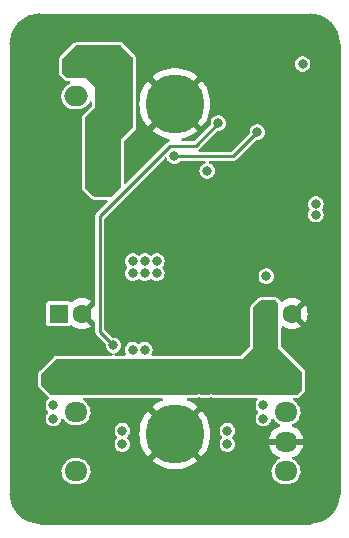
<source format=gbr>
%TF.GenerationSoftware,KiCad,Pcbnew,7.0.6*%
%TF.CreationDate,2024-05-19T20:46:52-05:00*%
%TF.ProjectId,Magic_Wand_Timer,4d616769-635f-4576-916e-645f54696d65,rev?*%
%TF.SameCoordinates,Original*%
%TF.FileFunction,Copper,L4,Bot*%
%TF.FilePolarity,Positive*%
%FSLAX46Y46*%
G04 Gerber Fmt 4.6, Leading zero omitted, Abs format (unit mm)*
G04 Created by KiCad (PCBNEW 7.0.6) date 2024-05-19 20:46:52*
%MOMM*%
%LPD*%
G01*
G04 APERTURE LIST*
G04 Aperture macros list*
%AMRoundRect*
0 Rectangle with rounded corners*
0 $1 Rounding radius*
0 $2 $3 $4 $5 $6 $7 $8 $9 X,Y pos of 4 corners*
0 Add a 4 corners polygon primitive as box body*
4,1,4,$2,$3,$4,$5,$6,$7,$8,$9,$2,$3,0*
0 Add four circle primitives for the rounded corners*
1,1,$1+$1,$2,$3*
1,1,$1+$1,$4,$5*
1,1,$1+$1,$6,$7*
1,1,$1+$1,$8,$9*
0 Add four rect primitives between the rounded corners*
20,1,$1+$1,$2,$3,$4,$5,0*
20,1,$1+$1,$4,$5,$6,$7,0*
20,1,$1+$1,$6,$7,$8,$9,0*
20,1,$1+$1,$8,$9,$2,$3,0*%
G04 Aperture macros list end*
%TA.AperFunction,ComponentPad*%
%ADD10C,5.000000*%
%TD*%
%TA.AperFunction,ComponentPad*%
%ADD11RoundRect,0.250000X-0.725000X0.600000X-0.725000X-0.600000X0.725000X-0.600000X0.725000X0.600000X0*%
%TD*%
%TA.AperFunction,ComponentPad*%
%ADD12O,1.950000X1.700000*%
%TD*%
%TA.AperFunction,ComponentPad*%
%ADD13R,1.600000X1.600000*%
%TD*%
%TA.AperFunction,ComponentPad*%
%ADD14C,1.600000*%
%TD*%
%TA.AperFunction,ComponentPad*%
%ADD15RoundRect,0.250000X-0.750000X0.600000X-0.750000X-0.600000X0.750000X-0.600000X0.750000X0.600000X0*%
%TD*%
%TA.AperFunction,ComponentPad*%
%ADD16O,2.000000X1.700000*%
%TD*%
%TA.AperFunction,ViaPad*%
%ADD17C,0.800000*%
%TD*%
%TA.AperFunction,Conductor*%
%ADD18C,0.250000*%
%TD*%
%TA.AperFunction,Conductor*%
%ADD19C,0.254000*%
%TD*%
%TA.AperFunction,Profile*%
%ADD20C,0.100000*%
%TD*%
G04 APERTURE END LIST*
D10*
%TO.P,H2,1,1*%
%TO.N,GND*%
X166370000Y-91440000D03*
%TD*%
D11*
%TO.P,J1,1,Pin_1*%
%TO.N,+12V*%
X158005000Y-115055000D03*
D12*
%TO.P,J1,2,Pin_2*%
%TO.N,+5V*%
X158005000Y-117555000D03*
%TO.P,J1,3,Pin_3*%
%TO.N,GND*%
X158005000Y-120055000D03*
%TO.P,J1,4,Pin_4*%
%TO.N,Trigger*%
X158005000Y-122555000D03*
%TD*%
D13*
%TO.P,C5,1*%
%TO.N,+12V*%
X174304888Y-109220000D03*
D14*
%TO.P,C5,2*%
%TO.N,GND*%
X176304888Y-109220000D03*
%TD*%
D15*
%TO.P,J3,1,Pin_1*%
%TO.N,Net-(D2-A)*%
X158005000Y-88305000D03*
D16*
%TO.P,J3,2,Pin_2*%
%TO.N,Net-(D2-K)*%
X158005000Y-90805000D03*
%TD*%
D11*
%TO.P,J2,1,Pin_1*%
%TO.N,+12V*%
X175785000Y-115055000D03*
D12*
%TO.P,J2,2,Pin_2*%
%TO.N,+5V*%
X175785000Y-117555000D03*
%TO.P,J2,3,Pin_3*%
%TO.N,GND*%
X175785000Y-120055000D03*
%TO.P,J2,4,Pin_4*%
%TO.N,Caddy_Trigger*%
X175785000Y-122555000D03*
%TD*%
D13*
%TO.P,C2,1*%
%TO.N,+12V*%
X156524888Y-109220000D03*
D14*
%TO.P,C2,2*%
%TO.N,GND*%
X158524888Y-109220000D03*
%TD*%
D10*
%TO.P,H1,1,1*%
%TO.N,GND*%
X166370000Y-119380000D03*
%TD*%
D17*
%TO.N,+12V*%
X156083000Y-114427000D03*
X156083000Y-115443000D03*
X173863000Y-114427000D03*
X173863000Y-115443000D03*
%TO.N,+5V*%
X173863000Y-116967000D03*
X173863000Y-118110000D03*
X156083000Y-116967000D03*
X156083000Y-118110000D03*
%TO.N,GND*%
X173736000Y-98806000D03*
X172500000Y-98806000D03*
X179070000Y-88900000D03*
X163830000Y-125730000D03*
X165735000Y-103124000D03*
X179070000Y-114300000D03*
X164719000Y-94869000D03*
X163322000Y-122695000D03*
X162052000Y-107950000D03*
X153670000Y-88900000D03*
X168402000Y-116713000D03*
X174625000Y-103505000D03*
X165735000Y-102108000D03*
X162687000Y-94869000D03*
X153670000Y-93980000D03*
X163703000Y-93853000D03*
X153670000Y-119380000D03*
X177165000Y-89916000D03*
X169037000Y-101600000D03*
X173863000Y-120650000D03*
X167894000Y-101600000D03*
X177165000Y-102997000D03*
X160020000Y-85090000D03*
X156083000Y-119507000D03*
X169418000Y-117729000D03*
X154940000Y-85090000D03*
X169291000Y-112268000D03*
X175260000Y-85090000D03*
X179070000Y-99060000D03*
X179070000Y-93980000D03*
X168910000Y-125730000D03*
X163703000Y-95885000D03*
X173990000Y-125730000D03*
X153670000Y-124460000D03*
X179070000Y-109220000D03*
X162687000Y-95885000D03*
X179070000Y-104140000D03*
X163703000Y-94869000D03*
X169418000Y-122682000D03*
X153670000Y-99060000D03*
X163322000Y-116840000D03*
X177165000Y-94234000D03*
X153670000Y-114300000D03*
X170180000Y-85090000D03*
X153670000Y-109220000D03*
X165100000Y-85090000D03*
X175641000Y-103505000D03*
X163750000Y-107950000D03*
X156083000Y-120650000D03*
X179070000Y-119380000D03*
X179070000Y-124460000D03*
X153670000Y-104140000D03*
X173863000Y-119507000D03*
X158750000Y-125730000D03*
X169418000Y-116713000D03*
%TO.N,+5V*%
X170815000Y-119126000D03*
X178308000Y-100838000D03*
X170815000Y-120269000D03*
X161925000Y-120269000D03*
X162814000Y-112268000D03*
X163830000Y-105791000D03*
X162814000Y-105791000D03*
X163825228Y-112268000D03*
X169113200Y-97129600D03*
X163830000Y-104775000D03*
X164846000Y-104775000D03*
X161925000Y-119126000D03*
X162814000Y-104775000D03*
X177190400Y-88087200D03*
X174117000Y-106045000D03*
X164846000Y-105791000D03*
X178308000Y-99949000D03*
%TO.N,Trigger*%
X170053000Y-93091000D03*
X161169500Y-111893500D03*
%TO.N,Net-(D2-A)*%
X160528000Y-98298000D03*
X159385000Y-96012000D03*
X160528000Y-94742000D03*
X159385000Y-98298000D03*
X160528000Y-96012000D03*
X160528000Y-97155000D03*
X159385000Y-97155000D03*
%TO.N,ON_Delay*%
X166332500Y-95885000D03*
X173355000Y-93853000D03*
%TD*%
D18*
%TO.N,Trigger*%
X165989000Y-94996000D02*
X168148000Y-94996000D01*
X161169500Y-111893500D02*
X160020000Y-110744000D01*
X168148000Y-94996000D02*
X170053000Y-93091000D01*
X160020000Y-110744000D02*
X160020000Y-100965000D01*
X160020000Y-100965000D02*
X165989000Y-94996000D01*
D19*
%TO.N,ON_Delay*%
X173355000Y-93853000D02*
X171323000Y-95885000D01*
X171323000Y-95885000D02*
X166332500Y-95885000D01*
%TD*%
%TA.AperFunction,Conductor*%
%TO.N,GND*%
G36*
X177801737Y-83820598D02*
G01*
X177835041Y-83822467D01*
X177915603Y-83826992D01*
X178087691Y-83837401D01*
X178094297Y-83838160D01*
X178165907Y-83850327D01*
X178230343Y-83861277D01*
X178323462Y-83878340D01*
X178379227Y-83888560D01*
X178385198Y-83889963D01*
X178522032Y-83929384D01*
X178662850Y-83973265D01*
X178668092Y-83975164D01*
X178801420Y-84030391D01*
X178934609Y-84090334D01*
X178939147Y-84092605D01*
X179012221Y-84132991D01*
X179066422Y-84162947D01*
X179066439Y-84162956D01*
X179190935Y-84238217D01*
X179194739Y-84240711D01*
X179312726Y-84324427D01*
X179315072Y-84326176D01*
X179410416Y-84400874D01*
X179428332Y-84414910D01*
X179431409Y-84417486D01*
X179539430Y-84514018D01*
X179541957Y-84516408D01*
X179643590Y-84618041D01*
X179645980Y-84620568D01*
X179742512Y-84728589D01*
X179745088Y-84731666D01*
X179833811Y-84844912D01*
X179835571Y-84847272D01*
X179919287Y-84965259D01*
X179921781Y-84969063D01*
X179997043Y-85093560D01*
X180067393Y-85220851D01*
X180069668Y-85225398D01*
X180129609Y-85358581D01*
X180184831Y-85491899D01*
X180186744Y-85497183D01*
X180209633Y-85570634D01*
X180230631Y-85638021D01*
X180270032Y-85774790D01*
X180271440Y-85780781D01*
X180298722Y-85929656D01*
X180321835Y-86065683D01*
X180322599Y-86072330D01*
X180333012Y-86244475D01*
X180339402Y-86358263D01*
X180339500Y-86361741D01*
X180339500Y-124458258D01*
X180339402Y-124461736D01*
X180333012Y-124575524D01*
X180322599Y-124747668D01*
X180321835Y-124754315D01*
X180298722Y-124890343D01*
X180271440Y-125039217D01*
X180270032Y-125045208D01*
X180230625Y-125182001D01*
X180186744Y-125322815D01*
X180184831Y-125328099D01*
X180129609Y-125461418D01*
X180069668Y-125594600D01*
X180067394Y-125599147D01*
X179997043Y-125726439D01*
X179921781Y-125850936D01*
X179919287Y-125854739D01*
X179835571Y-125972726D01*
X179833811Y-125975086D01*
X179745088Y-126088332D01*
X179742512Y-126091409D01*
X179645980Y-126199430D01*
X179643590Y-126201957D01*
X179541957Y-126303590D01*
X179539430Y-126305980D01*
X179431409Y-126402512D01*
X179428332Y-126405088D01*
X179315086Y-126493811D01*
X179312726Y-126495571D01*
X179194739Y-126579287D01*
X179190936Y-126581781D01*
X179066439Y-126657043D01*
X178939147Y-126727394D01*
X178934600Y-126729668D01*
X178801418Y-126789609D01*
X178668099Y-126844831D01*
X178662815Y-126846744D01*
X178545231Y-126883385D01*
X178521990Y-126890627D01*
X178385208Y-126930032D01*
X178379217Y-126931440D01*
X178230343Y-126958722D01*
X178094315Y-126981835D01*
X178087668Y-126982599D01*
X177915524Y-126993012D01*
X177801736Y-126999402D01*
X177798258Y-126999500D01*
X154941742Y-126999500D01*
X154938265Y-126999402D01*
X154824475Y-126993012D01*
X154652330Y-126982599D01*
X154645683Y-126981835D01*
X154509656Y-126958722D01*
X154360781Y-126931440D01*
X154354790Y-126930032D01*
X154218021Y-126890631D01*
X154150634Y-126869633D01*
X154077183Y-126846744D01*
X154071899Y-126844831D01*
X153938581Y-126789609D01*
X153805398Y-126729668D01*
X153800851Y-126727393D01*
X153673560Y-126657043D01*
X153549063Y-126581781D01*
X153545259Y-126579287D01*
X153427272Y-126495571D01*
X153424912Y-126493811D01*
X153311666Y-126405088D01*
X153308589Y-126402512D01*
X153200568Y-126305980D01*
X153198041Y-126303590D01*
X153096408Y-126201957D01*
X153094018Y-126199430D01*
X152997486Y-126091409D01*
X152994910Y-126088332D01*
X152980874Y-126070416D01*
X152906176Y-125975072D01*
X152904427Y-125972726D01*
X152820711Y-125854739D01*
X152818217Y-125850935D01*
X152742956Y-125726439D01*
X152672605Y-125599147D01*
X152670330Y-125594600D01*
X152610390Y-125461418D01*
X152555167Y-125328099D01*
X152553265Y-125322850D01*
X152509375Y-125182001D01*
X152469963Y-125045198D01*
X152468560Y-125039227D01*
X152458340Y-124983462D01*
X152441277Y-124890343D01*
X152430327Y-124825907D01*
X152418160Y-124754297D01*
X152417401Y-124747691D01*
X152406994Y-124575652D01*
X152400596Y-124461717D01*
X152400500Y-124458294D01*
X152400500Y-122502210D01*
X156771733Y-122502210D01*
X156781768Y-122712899D01*
X156831498Y-122917886D01*
X156831498Y-122917888D01*
X156919123Y-123109762D01*
X156919127Y-123109768D01*
X157041473Y-123281579D01*
X157041478Y-123281584D01*
X157194138Y-123427145D01*
X157371587Y-123541184D01*
X157567411Y-123619580D01*
X157774533Y-123659500D01*
X158182618Y-123659500D01*
X158324944Y-123645908D01*
X158339979Y-123644473D01*
X158542368Y-123585047D01*
X158729854Y-123488391D01*
X158895659Y-123358000D01*
X159033792Y-123198587D01*
X159139259Y-123015913D01*
X159208248Y-122816580D01*
X159238267Y-122607793D01*
X159228231Y-122397098D01*
X159178501Y-122192110D01*
X159090876Y-122000238D01*
X159090876Y-122000237D01*
X159090872Y-122000231D01*
X158968526Y-121828420D01*
X158968520Y-121828414D01*
X158815864Y-121682857D01*
X158815862Y-121682855D01*
X158638413Y-121568816D01*
X158442589Y-121490420D01*
X158235467Y-121450500D01*
X157827387Y-121450500D01*
X157827382Y-121450500D01*
X157670031Y-121465525D01*
X157670014Y-121465528D01*
X157467635Y-121524951D01*
X157280141Y-121621611D01*
X157114343Y-121751997D01*
X157114339Y-121752001D01*
X156976205Y-121911415D01*
X156870741Y-122094085D01*
X156801753Y-122293414D01*
X156801752Y-122293419D01*
X156801752Y-122293420D01*
X156786846Y-122397098D01*
X156771733Y-122502210D01*
X152400500Y-122502210D01*
X152400500Y-120269000D01*
X161265693Y-120269000D01*
X161284850Y-120426781D01*
X161341214Y-120575397D01*
X161378904Y-120630000D01*
X161431502Y-120706201D01*
X161431504Y-120706203D01*
X161431506Y-120706205D01*
X161550469Y-120811598D01*
X161550471Y-120811599D01*
X161691207Y-120885463D01*
X161768368Y-120904481D01*
X161845528Y-120923500D01*
X161845529Y-120923500D01*
X162004472Y-120923500D01*
X162055911Y-120910821D01*
X162158793Y-120885463D01*
X162299529Y-120811599D01*
X162418498Y-120706201D01*
X162508787Y-120575395D01*
X162565149Y-120426782D01*
X162584307Y-120269000D01*
X162565149Y-120111218D01*
X162508787Y-119962605D01*
X162418498Y-119831799D01*
X162418495Y-119831796D01*
X162418493Y-119831794D01*
X162371673Y-119790315D01*
X162334546Y-119731126D01*
X162335314Y-119661260D01*
X162371673Y-119604685D01*
X162418493Y-119563205D01*
X162418498Y-119563201D01*
X162508787Y-119432395D01*
X162565149Y-119283782D01*
X162584307Y-119126000D01*
X162572786Y-119031119D01*
X162565149Y-118968218D01*
X162565148Y-118968217D01*
X162508787Y-118819605D01*
X162418498Y-118688799D01*
X162418495Y-118688796D01*
X162418493Y-118688794D01*
X162299530Y-118583401D01*
X162158791Y-118509536D01*
X162004472Y-118471500D01*
X162004471Y-118471500D01*
X161845529Y-118471500D01*
X161845528Y-118471500D01*
X161691208Y-118509536D01*
X161550469Y-118583401D01*
X161431506Y-118688794D01*
X161431500Y-118688801D01*
X161341214Y-118819602D01*
X161284850Y-118968218D01*
X161265693Y-119125999D01*
X161265693Y-119126000D01*
X161284850Y-119283781D01*
X161320364Y-119377421D01*
X161341213Y-119432395D01*
X161431502Y-119563201D01*
X161431504Y-119563203D01*
X161431507Y-119563206D01*
X161478327Y-119604686D01*
X161515453Y-119663876D01*
X161514685Y-119733741D01*
X161478327Y-119790314D01*
X161431507Y-119831793D01*
X161431500Y-119831801D01*
X161341214Y-119962602D01*
X161284850Y-120111218D01*
X161265693Y-120268999D01*
X161265693Y-120269000D01*
X152400500Y-120269000D01*
X152400500Y-115271587D01*
X154807500Y-115271587D01*
X154808244Y-115285468D01*
X154808245Y-115285476D01*
X154811821Y-115318737D01*
X154811821Y-115318738D01*
X154833382Y-115387594D01*
X154842076Y-115415360D01*
X154842078Y-115415364D01*
X154842079Y-115415366D01*
X154875562Y-115476686D01*
X154919816Y-115535801D01*
X154919834Y-115535822D01*
X155614100Y-116230089D01*
X155614099Y-116230089D01*
X155620940Y-116236232D01*
X155624443Y-116239379D01*
X155635145Y-116248003D01*
X155650491Y-116260370D01*
X155654529Y-116263016D01*
X155699815Y-116316223D01*
X155709146Y-116385467D01*
X155679559Y-116448763D01*
X155668797Y-116459549D01*
X155589502Y-116529798D01*
X155589500Y-116529801D01*
X155499214Y-116660602D01*
X155442850Y-116809218D01*
X155423693Y-116966999D01*
X155423693Y-116967000D01*
X155442850Y-117124781D01*
X155483427Y-117231773D01*
X155499213Y-117273395D01*
X155589502Y-117404201D01*
X155589504Y-117404203D01*
X155589507Y-117404206D01*
X155636327Y-117445686D01*
X155673453Y-117504876D01*
X155672685Y-117574741D01*
X155636327Y-117631314D01*
X155589507Y-117672793D01*
X155589500Y-117672801D01*
X155499214Y-117803602D01*
X155442850Y-117952218D01*
X155423693Y-118109999D01*
X155423693Y-118110000D01*
X155442850Y-118267781D01*
X155499214Y-118416397D01*
X155537249Y-118471500D01*
X155589502Y-118547201D01*
X155589504Y-118547203D01*
X155589506Y-118547205D01*
X155708469Y-118652598D01*
X155708471Y-118652599D01*
X155849207Y-118726463D01*
X155889292Y-118736343D01*
X156003528Y-118764500D01*
X156003529Y-118764500D01*
X156162472Y-118764500D01*
X156213911Y-118751820D01*
X156316793Y-118726463D01*
X156457529Y-118652599D01*
X156576498Y-118547201D01*
X156666787Y-118416395D01*
X156723149Y-118267782D01*
X156729532Y-118215207D01*
X156757153Y-118151031D01*
X156815087Y-118111973D01*
X156884939Y-118110438D01*
X156944533Y-118146911D01*
X156953635Y-118158227D01*
X157041473Y-118281579D01*
X157041478Y-118281584D01*
X157194138Y-118427145D01*
X157371587Y-118541184D01*
X157567411Y-118619580D01*
X157774533Y-118659500D01*
X158182618Y-118659500D01*
X158324944Y-118645908D01*
X158339979Y-118644473D01*
X158542368Y-118585047D01*
X158729854Y-118488391D01*
X158895659Y-118358000D01*
X159033792Y-118198587D01*
X159061249Y-118151031D01*
X159085075Y-118109762D01*
X159139259Y-118015913D01*
X159208248Y-117816580D01*
X159238267Y-117607793D01*
X159228231Y-117397098D01*
X159178501Y-117192110D01*
X159090876Y-117000238D01*
X159090876Y-117000237D01*
X159090872Y-117000231D01*
X158968526Y-116828420D01*
X158968520Y-116828414D01*
X158815864Y-116682857D01*
X158815862Y-116682855D01*
X158638413Y-116568816D01*
X158638410Y-116568815D01*
X158633744Y-116565816D01*
X158587989Y-116513012D01*
X158578045Y-116443853D01*
X158607070Y-116380297D01*
X158665848Y-116342523D01*
X158700783Y-116337500D01*
X165254547Y-116337500D01*
X165321586Y-116357185D01*
X165367341Y-116409989D01*
X165377285Y-116479147D01*
X165348260Y-116542703D01*
X165296957Y-116578022D01*
X165179745Y-116620683D01*
X165179739Y-116620685D01*
X164867461Y-116777519D01*
X164575485Y-116969554D01*
X164432817Y-117089264D01*
X165679874Y-118336321D01*
X165544253Y-118434856D01*
X165388761Y-118597488D01*
X165327198Y-118690751D01*
X164076148Y-117439701D01*
X164076146Y-117439701D01*
X164067973Y-117448366D01*
X163859289Y-117728677D01*
X163684561Y-118031316D01*
X163684555Y-118031329D01*
X163546145Y-118352199D01*
X163445916Y-118686988D01*
X163445914Y-118686997D01*
X163385236Y-119031119D01*
X163385235Y-119031130D01*
X163364916Y-119379996D01*
X163364916Y-119380003D01*
X163385235Y-119728869D01*
X163385236Y-119728880D01*
X163445914Y-120073002D01*
X163445916Y-120073011D01*
X163546145Y-120407800D01*
X163684555Y-120728670D01*
X163684561Y-120728683D01*
X163859289Y-121031322D01*
X164067972Y-121311631D01*
X164067976Y-121311636D01*
X164076147Y-121320297D01*
X164076148Y-121320298D01*
X165323665Y-120072781D01*
X165462855Y-120247320D01*
X165632299Y-120395358D01*
X165679808Y-120423743D01*
X164432817Y-121670733D01*
X164432818Y-121670734D01*
X164575480Y-121790442D01*
X164867461Y-121982480D01*
X165179739Y-122139314D01*
X165179745Y-122139316D01*
X165508130Y-122258838D01*
X165508133Y-122258839D01*
X165848171Y-122339429D01*
X166195276Y-122379999D01*
X166195277Y-122380000D01*
X166544723Y-122380000D01*
X166544723Y-122379999D01*
X166891827Y-122339429D01*
X166891829Y-122339429D01*
X167231866Y-122258839D01*
X167231869Y-122258838D01*
X167560254Y-122139316D01*
X167560260Y-122139314D01*
X167872538Y-121982480D01*
X168164515Y-121790445D01*
X168307180Y-121670734D01*
X168307181Y-121670733D01*
X167060125Y-120423678D01*
X167195747Y-120325144D01*
X167351239Y-120162512D01*
X167412801Y-120069248D01*
X168663850Y-121320297D01*
X168672032Y-121311625D01*
X168880710Y-121031322D01*
X169055438Y-120728683D01*
X169055444Y-120728670D01*
X169193854Y-120407800D01*
X169235408Y-120269000D01*
X170155693Y-120269000D01*
X170174850Y-120426781D01*
X170231214Y-120575397D01*
X170268904Y-120630000D01*
X170321502Y-120706201D01*
X170321504Y-120706203D01*
X170321506Y-120706205D01*
X170440469Y-120811598D01*
X170440471Y-120811599D01*
X170581207Y-120885463D01*
X170658368Y-120904481D01*
X170735528Y-120923500D01*
X170735529Y-120923500D01*
X170894472Y-120923500D01*
X170945911Y-120910821D01*
X171048793Y-120885463D01*
X171189529Y-120811599D01*
X171308498Y-120706201D01*
X171398787Y-120575395D01*
X171455149Y-120426782D01*
X171474307Y-120269000D01*
X171455149Y-120111218D01*
X171398787Y-119962605D01*
X171308498Y-119831799D01*
X171308495Y-119831796D01*
X171308493Y-119831794D01*
X171261673Y-119790315D01*
X171224546Y-119731126D01*
X171225314Y-119661260D01*
X171261673Y-119604685D01*
X171308493Y-119563205D01*
X171308498Y-119563201D01*
X171398787Y-119432395D01*
X171455149Y-119283782D01*
X171474307Y-119126000D01*
X171462786Y-119031119D01*
X171455149Y-118968218D01*
X171455148Y-118968217D01*
X171398787Y-118819605D01*
X171308498Y-118688799D01*
X171308495Y-118688796D01*
X171308493Y-118688794D01*
X171189530Y-118583401D01*
X171048791Y-118509536D01*
X170894472Y-118471500D01*
X170894471Y-118471500D01*
X170735529Y-118471500D01*
X170735528Y-118471500D01*
X170581208Y-118509536D01*
X170440469Y-118583401D01*
X170321506Y-118688794D01*
X170321500Y-118688801D01*
X170231214Y-118819602D01*
X170174850Y-118968218D01*
X170155693Y-119125999D01*
X170155693Y-119126000D01*
X170174850Y-119283781D01*
X170210364Y-119377421D01*
X170231213Y-119432395D01*
X170321502Y-119563201D01*
X170321504Y-119563203D01*
X170321507Y-119563206D01*
X170368327Y-119604686D01*
X170405453Y-119663876D01*
X170404685Y-119733741D01*
X170368327Y-119790314D01*
X170321507Y-119831793D01*
X170321500Y-119831801D01*
X170231214Y-119962602D01*
X170174850Y-120111218D01*
X170155693Y-120268999D01*
X170155693Y-120269000D01*
X169235408Y-120269000D01*
X169294083Y-120073011D01*
X169294085Y-120073002D01*
X169354763Y-119728880D01*
X169354764Y-119728869D01*
X169375084Y-119380003D01*
X169375084Y-119379996D01*
X169354764Y-119031130D01*
X169354763Y-119031119D01*
X169294085Y-118686997D01*
X169294083Y-118686988D01*
X169193854Y-118352199D01*
X169055444Y-118031329D01*
X169055438Y-118031316D01*
X168880710Y-117728677D01*
X168672029Y-117448371D01*
X168663850Y-117439701D01*
X168663850Y-117439700D01*
X167416333Y-118687217D01*
X167277145Y-118512680D01*
X167107701Y-118364642D01*
X167060190Y-118336255D01*
X168307181Y-117089265D01*
X168307180Y-117089264D01*
X168164519Y-116969557D01*
X167872538Y-116777519D01*
X167560260Y-116620685D01*
X167560254Y-116620683D01*
X167443043Y-116578022D01*
X167386779Y-116536596D01*
X167361843Y-116471327D01*
X167376153Y-116402939D01*
X167425164Y-116353143D01*
X167485453Y-116337500D01*
X168236201Y-116337500D01*
X168251851Y-116336553D01*
X168297094Y-116331060D01*
X168312520Y-116328233D01*
X168312524Y-116328232D01*
X168312522Y-116328233D01*
X168339419Y-116321603D01*
X168369094Y-116318000D01*
X168434906Y-116318000D01*
X168464581Y-116321603D01*
X168491478Y-116328233D01*
X168491476Y-116328232D01*
X168491480Y-116328233D01*
X168506906Y-116331060D01*
X168552149Y-116336553D01*
X168567799Y-116337500D01*
X168567802Y-116337500D01*
X169252201Y-116337500D01*
X169267851Y-116336553D01*
X169313094Y-116331060D01*
X169328520Y-116328233D01*
X169328524Y-116328232D01*
X169328522Y-116328233D01*
X169355419Y-116321603D01*
X169385094Y-116318000D01*
X169450906Y-116318000D01*
X169480581Y-116321603D01*
X169507478Y-116328233D01*
X169507476Y-116328232D01*
X169507480Y-116328233D01*
X169522906Y-116331060D01*
X169568149Y-116336553D01*
X169583799Y-116337500D01*
X169583802Y-116337500D01*
X173265974Y-116337500D01*
X173333013Y-116357185D01*
X173378768Y-116409989D01*
X173388712Y-116479147D01*
X173368024Y-116531940D01*
X173279214Y-116660602D01*
X173222850Y-116809218D01*
X173203693Y-116966999D01*
X173203693Y-116967000D01*
X173222850Y-117124781D01*
X173263427Y-117231773D01*
X173279213Y-117273395D01*
X173369502Y-117404201D01*
X173369504Y-117404203D01*
X173369507Y-117404206D01*
X173416327Y-117445686D01*
X173453453Y-117504876D01*
X173452685Y-117574741D01*
X173416327Y-117631314D01*
X173369507Y-117672793D01*
X173369500Y-117672801D01*
X173279214Y-117803602D01*
X173222850Y-117952218D01*
X173203693Y-118109999D01*
X173203693Y-118110000D01*
X173222850Y-118267781D01*
X173279214Y-118416397D01*
X173317249Y-118471500D01*
X173369502Y-118547201D01*
X173369504Y-118547203D01*
X173369506Y-118547205D01*
X173488469Y-118652598D01*
X173488471Y-118652599D01*
X173629207Y-118726463D01*
X173669292Y-118736343D01*
X173783528Y-118764500D01*
X173783529Y-118764500D01*
X173942472Y-118764500D01*
X173993911Y-118751821D01*
X174096793Y-118726463D01*
X174237529Y-118652599D01*
X174356498Y-118547201D01*
X174446787Y-118416395D01*
X174503149Y-118267782D01*
X174509532Y-118215207D01*
X174537153Y-118151031D01*
X174595087Y-118111973D01*
X174664939Y-118110438D01*
X174724533Y-118146911D01*
X174733635Y-118158227D01*
X174821473Y-118281579D01*
X174821478Y-118281584D01*
X174974138Y-118427145D01*
X175151587Y-118541184D01*
X175187227Y-118555452D01*
X175242147Y-118598642D01*
X175265000Y-118664668D01*
X175248527Y-118732569D01*
X175197960Y-118780784D01*
X175193545Y-118782951D01*
X174982422Y-118881399D01*
X174982420Y-118881400D01*
X174788926Y-119016886D01*
X174788920Y-119016891D01*
X174621894Y-119183917D01*
X174486399Y-119377421D01*
X174386570Y-119591507D01*
X174386567Y-119591513D01*
X174329364Y-119804999D01*
X174329364Y-119805000D01*
X175381031Y-119805000D01*
X175348481Y-119855649D01*
X175310000Y-119986705D01*
X175310000Y-120123295D01*
X175348481Y-120254351D01*
X175381031Y-120305000D01*
X174329364Y-120305000D01*
X174386567Y-120518486D01*
X174386570Y-120518492D01*
X174486399Y-120732577D01*
X174486400Y-120732579D01*
X174621886Y-120926073D01*
X174621891Y-120926079D01*
X174788920Y-121093108D01*
X174788926Y-121093113D01*
X174982420Y-121228599D01*
X174982422Y-121228600D01*
X175194476Y-121327483D01*
X175246915Y-121373655D01*
X175266067Y-121440849D01*
X175245851Y-121507730D01*
X175198891Y-121550080D01*
X175060145Y-121621608D01*
X174894343Y-121751997D01*
X174894339Y-121752001D01*
X174756205Y-121911415D01*
X174650741Y-122094085D01*
X174581753Y-122293414D01*
X174581752Y-122293419D01*
X174581752Y-122293420D01*
X174566846Y-122397098D01*
X174551733Y-122502210D01*
X174561768Y-122712899D01*
X174611498Y-122917886D01*
X174611498Y-122917888D01*
X174699123Y-123109762D01*
X174699127Y-123109768D01*
X174821473Y-123281579D01*
X174821478Y-123281584D01*
X174974138Y-123427145D01*
X175151587Y-123541184D01*
X175347411Y-123619580D01*
X175554533Y-123659500D01*
X175962618Y-123659500D01*
X176104944Y-123645908D01*
X176119979Y-123644473D01*
X176322368Y-123585047D01*
X176509854Y-123488391D01*
X176675659Y-123358000D01*
X176813792Y-123198587D01*
X176919259Y-123015913D01*
X176988248Y-122816580D01*
X177018267Y-122607793D01*
X177008231Y-122397098D01*
X176958501Y-122192110D01*
X176870876Y-122000238D01*
X176870876Y-122000237D01*
X176870872Y-122000231D01*
X176748526Y-121828420D01*
X176748520Y-121828414D01*
X176595864Y-121682857D01*
X176595862Y-121682855D01*
X176418413Y-121568816D01*
X176408402Y-121564808D01*
X176382772Y-121554547D01*
X176327851Y-121511356D01*
X176304999Y-121445329D01*
X176321472Y-121377429D01*
X176372040Y-121329214D01*
X176376455Y-121327048D01*
X176587573Y-121228602D01*
X176587579Y-121228599D01*
X176781073Y-121093113D01*
X176781079Y-121093108D01*
X176948105Y-120926082D01*
X177083600Y-120732578D01*
X177183429Y-120518492D01*
X177183432Y-120518486D01*
X177240636Y-120305000D01*
X176188969Y-120305000D01*
X176221519Y-120254351D01*
X176260000Y-120123295D01*
X176260000Y-119986705D01*
X176221519Y-119855649D01*
X176188969Y-119805000D01*
X177240636Y-119805000D01*
X177240635Y-119804999D01*
X177183432Y-119591513D01*
X177183429Y-119591507D01*
X177083600Y-119377422D01*
X177083599Y-119377420D01*
X176948113Y-119183926D01*
X176948108Y-119183920D01*
X176781079Y-119016891D01*
X176781073Y-119016886D01*
X176587579Y-118881400D01*
X176587577Y-118881399D01*
X176375523Y-118782516D01*
X176323084Y-118736343D01*
X176303932Y-118669150D01*
X176324148Y-118602269D01*
X176371105Y-118559920D01*
X176509854Y-118488391D01*
X176675659Y-118358000D01*
X176813792Y-118198587D01*
X176841249Y-118151031D01*
X176865075Y-118109762D01*
X176919259Y-118015913D01*
X176988248Y-117816580D01*
X177018267Y-117607793D01*
X177008231Y-117397098D01*
X176958501Y-117192110D01*
X176870876Y-117000238D01*
X176870876Y-117000237D01*
X176870872Y-117000231D01*
X176748526Y-116828420D01*
X176748520Y-116828414D01*
X176595864Y-116682857D01*
X176595862Y-116682855D01*
X176418413Y-116568816D01*
X176418410Y-116568815D01*
X176413744Y-116565816D01*
X176367989Y-116513012D01*
X176358045Y-116443853D01*
X176387070Y-116380297D01*
X176445848Y-116342523D01*
X176480783Y-116337500D01*
X176739585Y-116337500D01*
X176739588Y-116337500D01*
X176753469Y-116336756D01*
X176786737Y-116333179D01*
X176883361Y-116302924D01*
X176944684Y-116269439D01*
X177003814Y-116225175D01*
X177317090Y-115911897D01*
X177317096Y-115911890D01*
X177317097Y-115911890D01*
X177326380Y-115901556D01*
X177326379Y-115901556D01*
X177347374Y-115875502D01*
X177394303Y-115785788D01*
X177413988Y-115718749D01*
X177424500Y-115645637D01*
X177424500Y-114217412D01*
X177423756Y-114203531D01*
X177420179Y-114170263D01*
X177389924Y-114073639D01*
X177356439Y-114012316D01*
X177356437Y-114012312D01*
X177312183Y-113953197D01*
X177312178Y-113953192D01*
X177312175Y-113953187D01*
X177312171Y-113953183D01*
X177312165Y-113953176D01*
X175428819Y-112069830D01*
X175395334Y-112008507D01*
X175392500Y-111982149D01*
X175392500Y-110406348D01*
X175412185Y-110339309D01*
X175464989Y-110293554D01*
X175534147Y-110283610D01*
X175587624Y-110304773D01*
X175652405Y-110350134D01*
X175858561Y-110446265D01*
X175858570Y-110446269D01*
X176078277Y-110505139D01*
X176078288Y-110505141D01*
X176304886Y-110524966D01*
X176304890Y-110524966D01*
X176531487Y-110505141D01*
X176531498Y-110505139D01*
X176751205Y-110446269D01*
X176751219Y-110446264D01*
X176957366Y-110350136D01*
X177030360Y-110299025D01*
X176349289Y-109617953D01*
X176430036Y-109605165D01*
X176542933Y-109547641D01*
X176632529Y-109458045D01*
X176690053Y-109345148D01*
X176702841Y-109264400D01*
X177383913Y-109945472D01*
X177435024Y-109872478D01*
X177531152Y-109666331D01*
X177531157Y-109666317D01*
X177590027Y-109446610D01*
X177590029Y-109446599D01*
X177609854Y-109220002D01*
X177609854Y-109219997D01*
X177590029Y-108993400D01*
X177590027Y-108993389D01*
X177531157Y-108773682D01*
X177531153Y-108773673D01*
X177435021Y-108567516D01*
X177435019Y-108567512D01*
X177383914Y-108494526D01*
X177383913Y-108494526D01*
X176702841Y-109175598D01*
X176690053Y-109094852D01*
X176632529Y-108981955D01*
X176542933Y-108892359D01*
X176430036Y-108834835D01*
X176349288Y-108822046D01*
X177030360Y-108140974D01*
X177030359Y-108140973D01*
X176957371Y-108089866D01*
X176957369Y-108089865D01*
X176751214Y-107993734D01*
X176751205Y-107993730D01*
X176531498Y-107934860D01*
X176531487Y-107934858D01*
X176304890Y-107915034D01*
X176304886Y-107915034D01*
X176078288Y-107934858D01*
X176078277Y-107934860D01*
X175858570Y-107993730D01*
X175858561Y-107993734D01*
X175652404Y-108089866D01*
X175652400Y-108089868D01*
X175496116Y-108199300D01*
X175429910Y-108221627D01*
X175362143Y-108204617D01*
X175325726Y-108172035D01*
X175280182Y-108111195D01*
X175280166Y-108111177D01*
X175093901Y-107924913D01*
X175093900Y-107924912D01*
X175083557Y-107915620D01*
X175083557Y-107915621D01*
X175057503Y-107894626D01*
X175057501Y-107894625D01*
X175057500Y-107894624D01*
X174967792Y-107847698D01*
X174967787Y-107847695D01*
X174900755Y-107828013D01*
X174900743Y-107828010D01*
X174827639Y-107817500D01*
X174827638Y-107817500D01*
X173653412Y-107817500D01*
X173639531Y-107818244D01*
X173626416Y-107819654D01*
X173606261Y-107821821D01*
X173606260Y-107821821D01*
X173509642Y-107852075D01*
X173509639Y-107852076D01*
X173509637Y-107852076D01*
X173509632Y-107852079D01*
X173448312Y-107885562D01*
X173389197Y-107929816D01*
X173389176Y-107929834D01*
X172821913Y-108497099D01*
X172821912Y-108497100D01*
X172812620Y-108507443D01*
X172812621Y-108507443D01*
X172791624Y-108533499D01*
X172744698Y-108623207D01*
X172744695Y-108623212D01*
X172725013Y-108690244D01*
X172725010Y-108690256D01*
X172714500Y-108763360D01*
X172714500Y-111982150D01*
X172694815Y-112049189D01*
X172678181Y-112069831D01*
X172013831Y-112734181D01*
X171952508Y-112767666D01*
X171926150Y-112770500D01*
X164509916Y-112770500D01*
X164442877Y-112750815D01*
X164397122Y-112698011D01*
X164387178Y-112628853D01*
X164405848Y-112581207D01*
X164405528Y-112581039D01*
X164407054Y-112578130D01*
X164407865Y-112576062D01*
X164409012Y-112574399D01*
X164409013Y-112574398D01*
X164409013Y-112574397D01*
X164409015Y-112574395D01*
X164465377Y-112425782D01*
X164484535Y-112268000D01*
X164465377Y-112110218D01*
X164409015Y-111961605D01*
X164318726Y-111830799D01*
X164318723Y-111830796D01*
X164318721Y-111830794D01*
X164199758Y-111725401D01*
X164059019Y-111651536D01*
X163904700Y-111613500D01*
X163904699Y-111613500D01*
X163745757Y-111613500D01*
X163745756Y-111613500D01*
X163591436Y-111651536D01*
X163450697Y-111725401D01*
X163401841Y-111768685D01*
X163338608Y-111798407D01*
X163269345Y-111789223D01*
X163237387Y-111768685D01*
X163188530Y-111725401D01*
X163047791Y-111651536D01*
X162893472Y-111613500D01*
X162893471Y-111613500D01*
X162734529Y-111613500D01*
X162734528Y-111613500D01*
X162580208Y-111651536D01*
X162439469Y-111725401D01*
X162320506Y-111830794D01*
X162320500Y-111830801D01*
X162230214Y-111961602D01*
X162173850Y-112110218D01*
X162154693Y-112267999D01*
X162154693Y-112268000D01*
X162173850Y-112425781D01*
X162230214Y-112574398D01*
X162230215Y-112574399D01*
X162231363Y-112576062D01*
X162231827Y-112577471D01*
X162233700Y-112581039D01*
X162233106Y-112581350D01*
X162253245Y-112642416D01*
X162235779Y-112710068D01*
X162184510Y-112757537D01*
X162129312Y-112770500D01*
X161367486Y-112770500D01*
X161300447Y-112750815D01*
X161254692Y-112698011D01*
X161244748Y-112628853D01*
X161273773Y-112565297D01*
X161332551Y-112527523D01*
X161337811Y-112526103D01*
X161350477Y-112522980D01*
X161403293Y-112509963D01*
X161544029Y-112436099D01*
X161662998Y-112330701D01*
X161753287Y-112199895D01*
X161809649Y-112051282D01*
X161828807Y-111893500D01*
X161809649Y-111735718D01*
X161753287Y-111587105D01*
X161662998Y-111456299D01*
X161662995Y-111456296D01*
X161662993Y-111456294D01*
X161544030Y-111350901D01*
X161403291Y-111277036D01*
X161248972Y-111239000D01*
X161248971Y-111239000D01*
X161103056Y-111239000D01*
X161036017Y-111219315D01*
X161015375Y-111202681D01*
X160435819Y-110623125D01*
X160402334Y-110561802D01*
X160399500Y-110535444D01*
X160399500Y-105791000D01*
X162154693Y-105791000D01*
X162173850Y-105948781D01*
X162230214Y-106097397D01*
X162306000Y-106207191D01*
X162320502Y-106228201D01*
X162320504Y-106228203D01*
X162320506Y-106228205D01*
X162439469Y-106333598D01*
X162439471Y-106333599D01*
X162580207Y-106407463D01*
X162657367Y-106426481D01*
X162734528Y-106445500D01*
X162734529Y-106445500D01*
X162893472Y-106445500D01*
X162944911Y-106432820D01*
X163047793Y-106407463D01*
X163188529Y-106333599D01*
X163239772Y-106288200D01*
X163303004Y-106258479D01*
X163372268Y-106267661D01*
X163404228Y-106288201D01*
X163455469Y-106333598D01*
X163455471Y-106333599D01*
X163596207Y-106407463D01*
X163673368Y-106426481D01*
X163750528Y-106445500D01*
X163750529Y-106445500D01*
X163909472Y-106445500D01*
X163960911Y-106432820D01*
X164063793Y-106407463D01*
X164204529Y-106333599D01*
X164255772Y-106288200D01*
X164319004Y-106258479D01*
X164388268Y-106267661D01*
X164420228Y-106288201D01*
X164471469Y-106333598D01*
X164471471Y-106333599D01*
X164612207Y-106407463D01*
X164689367Y-106426481D01*
X164766528Y-106445500D01*
X164766529Y-106445500D01*
X164925472Y-106445500D01*
X164976911Y-106432820D01*
X165079793Y-106407463D01*
X165220529Y-106333599D01*
X165339498Y-106228201D01*
X165429787Y-106097395D01*
X165449658Y-106045000D01*
X173457693Y-106045000D01*
X173476850Y-106202781D01*
X173509246Y-106288201D01*
X173533213Y-106351395D01*
X173623502Y-106482201D01*
X173623504Y-106482203D01*
X173623506Y-106482205D01*
X173742469Y-106587598D01*
X173742471Y-106587599D01*
X173883207Y-106661463D01*
X173960368Y-106680481D01*
X174037528Y-106699500D01*
X174037529Y-106699500D01*
X174196472Y-106699500D01*
X174247911Y-106686821D01*
X174350793Y-106661463D01*
X174491529Y-106587599D01*
X174610498Y-106482201D01*
X174700787Y-106351395D01*
X174757149Y-106202782D01*
X174776307Y-106045000D01*
X174757149Y-105887218D01*
X174700787Y-105738605D01*
X174610498Y-105607799D01*
X174610495Y-105607796D01*
X174610493Y-105607794D01*
X174491530Y-105502401D01*
X174350791Y-105428536D01*
X174196472Y-105390500D01*
X174196471Y-105390500D01*
X174037529Y-105390500D01*
X174037528Y-105390500D01*
X173883208Y-105428536D01*
X173742469Y-105502401D01*
X173623506Y-105607794D01*
X173623500Y-105607801D01*
X173533214Y-105738602D01*
X173476850Y-105887218D01*
X173457693Y-106044999D01*
X173457693Y-106045000D01*
X165449658Y-106045000D01*
X165486149Y-105948782D01*
X165505307Y-105791000D01*
X165486149Y-105633218D01*
X165429787Y-105484605D01*
X165391086Y-105428537D01*
X165339250Y-105353439D01*
X165317367Y-105287084D01*
X165334832Y-105219433D01*
X165339250Y-105212558D01*
X165339493Y-105212204D01*
X165339498Y-105212201D01*
X165429787Y-105081395D01*
X165486149Y-104932782D01*
X165505307Y-104775000D01*
X165486149Y-104617218D01*
X165429787Y-104468605D01*
X165339498Y-104337799D01*
X165339495Y-104337796D01*
X165339493Y-104337794D01*
X165220530Y-104232401D01*
X165079791Y-104158536D01*
X164925472Y-104120500D01*
X164925471Y-104120500D01*
X164766529Y-104120500D01*
X164766528Y-104120500D01*
X164612208Y-104158536D01*
X164471469Y-104232401D01*
X164420227Y-104277799D01*
X164356994Y-104307521D01*
X164287731Y-104298337D01*
X164255773Y-104277799D01*
X164204530Y-104232401D01*
X164063791Y-104158536D01*
X163909472Y-104120500D01*
X163909471Y-104120500D01*
X163750529Y-104120500D01*
X163750528Y-104120500D01*
X163596208Y-104158536D01*
X163455469Y-104232401D01*
X163404227Y-104277799D01*
X163340994Y-104307521D01*
X163271731Y-104298337D01*
X163239773Y-104277799D01*
X163188530Y-104232401D01*
X163047791Y-104158536D01*
X162893472Y-104120500D01*
X162893471Y-104120500D01*
X162734529Y-104120500D01*
X162734528Y-104120500D01*
X162580208Y-104158536D01*
X162439469Y-104232401D01*
X162320506Y-104337794D01*
X162320500Y-104337801D01*
X162230214Y-104468602D01*
X162173850Y-104617218D01*
X162154693Y-104774999D01*
X162154693Y-104775000D01*
X162173850Y-104932781D01*
X162230214Y-105081397D01*
X162320749Y-105212559D01*
X162342632Y-105278913D01*
X162325167Y-105346565D01*
X162320749Y-105353438D01*
X162230216Y-105484598D01*
X162230214Y-105484601D01*
X162173850Y-105633218D01*
X162154693Y-105790999D01*
X162154693Y-105791000D01*
X160399500Y-105791000D01*
X160399500Y-101173554D01*
X160419185Y-101106515D01*
X160435814Y-101085878D01*
X160683692Y-100838000D01*
X177648693Y-100838000D01*
X177667850Y-100995781D01*
X177702018Y-101085873D01*
X177724213Y-101144395D01*
X177814502Y-101275201D01*
X177814504Y-101275203D01*
X177814506Y-101275205D01*
X177933469Y-101380598D01*
X177933471Y-101380599D01*
X178074207Y-101454463D01*
X178151367Y-101473481D01*
X178228528Y-101492500D01*
X178228529Y-101492500D01*
X178387472Y-101492500D01*
X178438911Y-101479821D01*
X178541793Y-101454463D01*
X178682529Y-101380599D01*
X178801498Y-101275201D01*
X178891787Y-101144395D01*
X178948149Y-100995782D01*
X178967307Y-100838000D01*
X178952843Y-100718881D01*
X178948149Y-100680218D01*
X178940378Y-100659727D01*
X178891787Y-100531605D01*
X178845080Y-100463939D01*
X178823198Y-100397586D01*
X178840663Y-100329934D01*
X178845081Y-100323060D01*
X178891787Y-100255395D01*
X178948149Y-100106782D01*
X178967307Y-99949000D01*
X178948149Y-99791218D01*
X178891787Y-99642605D01*
X178801498Y-99511799D01*
X178801495Y-99511796D01*
X178801493Y-99511794D01*
X178682530Y-99406401D01*
X178541791Y-99332536D01*
X178387472Y-99294500D01*
X178387471Y-99294500D01*
X178228529Y-99294500D01*
X178228528Y-99294500D01*
X178074208Y-99332536D01*
X177933469Y-99406401D01*
X177814506Y-99511794D01*
X177814500Y-99511801D01*
X177724214Y-99642602D01*
X177667850Y-99791218D01*
X177648693Y-99948999D01*
X177648693Y-99949000D01*
X177667850Y-100106781D01*
X177724214Y-100255398D01*
X177724216Y-100255401D01*
X177770918Y-100323061D01*
X177792801Y-100389415D01*
X177775335Y-100457067D01*
X177770918Y-100463939D01*
X177724216Y-100531598D01*
X177724214Y-100531601D01*
X177667850Y-100680218D01*
X177648693Y-100837999D01*
X177648693Y-100838000D01*
X160683692Y-100838000D01*
X165498049Y-96023643D01*
X165559370Y-95990160D01*
X165629062Y-95995144D01*
X165684995Y-96037016D01*
X165701670Y-96067354D01*
X165748267Y-96190220D01*
X165748714Y-96191397D01*
X165802376Y-96269139D01*
X165839002Y-96322201D01*
X165839004Y-96322203D01*
X165839006Y-96322205D01*
X165957969Y-96427598D01*
X165957971Y-96427599D01*
X166098707Y-96501463D01*
X166175867Y-96520481D01*
X166253028Y-96539500D01*
X166253029Y-96539500D01*
X166411972Y-96539500D01*
X166463411Y-96526821D01*
X166566293Y-96501463D01*
X166707029Y-96427599D01*
X166825998Y-96322201D01*
X166827477Y-96320057D01*
X166828962Y-96318854D01*
X166830971Y-96316587D01*
X166831348Y-96316921D01*
X166881761Y-96276069D01*
X166929526Y-96266500D01*
X168858820Y-96266500D01*
X168925859Y-96286185D01*
X168971614Y-96338989D01*
X168981558Y-96408147D01*
X168952533Y-96471703D01*
X168893755Y-96509477D01*
X168888495Y-96510897D01*
X168879408Y-96513136D01*
X168738669Y-96587001D01*
X168619706Y-96692394D01*
X168619700Y-96692401D01*
X168529414Y-96823202D01*
X168473050Y-96971818D01*
X168453893Y-97129599D01*
X168453893Y-97129600D01*
X168473050Y-97287381D01*
X168513627Y-97394373D01*
X168529413Y-97435995D01*
X168619702Y-97566801D01*
X168619704Y-97566803D01*
X168619706Y-97566805D01*
X168738669Y-97672198D01*
X168738671Y-97672199D01*
X168879407Y-97746063D01*
X168956568Y-97765081D01*
X169033728Y-97784100D01*
X169033729Y-97784100D01*
X169192672Y-97784100D01*
X169244111Y-97771421D01*
X169346993Y-97746063D01*
X169487729Y-97672199D01*
X169606698Y-97566801D01*
X169696987Y-97435995D01*
X169753349Y-97287382D01*
X169772507Y-97129600D01*
X169753349Y-96971818D01*
X169696987Y-96823205D01*
X169606698Y-96692399D01*
X169606695Y-96692396D01*
X169606693Y-96692394D01*
X169487730Y-96587001D01*
X169346991Y-96513136D01*
X169337905Y-96510897D01*
X169277525Y-96475741D01*
X169245736Y-96413522D01*
X169252632Y-96343993D01*
X169296023Y-96289230D01*
X169362133Y-96266620D01*
X169367580Y-96266500D01*
X171270573Y-96266500D01*
X171296018Y-96269139D01*
X171299961Y-96269965D01*
X171307017Y-96271445D01*
X171325576Y-96269131D01*
X171342866Y-96266977D01*
X171350542Y-96266500D01*
X171354608Y-96266500D01*
X171354611Y-96266500D01*
X171378004Y-96262596D01*
X171433360Y-96255696D01*
X171441013Y-96253416D01*
X171448582Y-96250818D01*
X171448586Y-96250818D01*
X171497641Y-96224270D01*
X171547746Y-96199776D01*
X171547747Y-96199774D01*
X171554263Y-96195122D01*
X171560558Y-96190223D01*
X171560559Y-96190221D01*
X171560562Y-96190220D01*
X171598341Y-96149180D01*
X172387621Y-95359900D01*
X173203703Y-94543819D01*
X173265026Y-94510334D01*
X173291384Y-94507500D01*
X173434472Y-94507500D01*
X173487279Y-94494484D01*
X173588793Y-94469463D01*
X173729529Y-94395599D01*
X173848498Y-94290201D01*
X173938787Y-94159395D01*
X173995149Y-94010782D01*
X174014307Y-93853000D01*
X174013996Y-93850442D01*
X173995149Y-93695218D01*
X173978191Y-93650505D01*
X173938787Y-93546605D01*
X173848498Y-93415799D01*
X173848495Y-93415796D01*
X173848493Y-93415794D01*
X173729530Y-93310401D01*
X173588791Y-93236536D01*
X173434472Y-93198500D01*
X173434471Y-93198500D01*
X173275529Y-93198500D01*
X173275528Y-93198500D01*
X173121208Y-93236536D01*
X172980469Y-93310401D01*
X172861506Y-93415794D01*
X172861500Y-93415801D01*
X172771214Y-93546602D01*
X172714850Y-93695218D01*
X172695693Y-93852999D01*
X172695693Y-93853003D01*
X172701384Y-93899883D01*
X172689922Y-93968806D01*
X172665969Y-94002507D01*
X171201296Y-95467181D01*
X171139973Y-95500666D01*
X171113615Y-95503500D01*
X168479321Y-95503500D01*
X168412282Y-95483815D01*
X168366527Y-95431011D01*
X168356583Y-95361853D01*
X168385608Y-95298297D01*
X168388055Y-95295557D01*
X168421880Y-95258813D01*
X169898874Y-93781819D01*
X169960197Y-93748334D01*
X169986555Y-93745500D01*
X170132472Y-93745500D01*
X170192383Y-93730733D01*
X170286793Y-93707463D01*
X170427529Y-93633599D01*
X170546498Y-93528201D01*
X170636787Y-93397395D01*
X170693149Y-93248782D01*
X170712307Y-93091000D01*
X170693149Y-92933218D01*
X170636787Y-92784605D01*
X170546498Y-92653799D01*
X170546495Y-92653796D01*
X170546493Y-92653794D01*
X170427530Y-92548401D01*
X170286791Y-92474536D01*
X170132472Y-92436500D01*
X170132471Y-92436500D01*
X169973529Y-92436500D01*
X169973528Y-92436500D01*
X169819208Y-92474536D01*
X169678469Y-92548401D01*
X169559506Y-92653794D01*
X169559500Y-92653801D01*
X169469214Y-92784602D01*
X169412850Y-92933218D01*
X169393693Y-93090999D01*
X169399691Y-93140401D01*
X169388230Y-93209325D01*
X169364276Y-93243028D01*
X168027125Y-94580181D01*
X167965802Y-94613666D01*
X167939444Y-94616500D01*
X167036827Y-94616500D01*
X166969788Y-94596815D01*
X166924033Y-94544011D01*
X166914089Y-94474853D01*
X166943114Y-94411297D01*
X167001892Y-94373523D01*
X167008231Y-94371842D01*
X167231866Y-94318839D01*
X167231869Y-94318838D01*
X167560254Y-94199316D01*
X167560260Y-94199314D01*
X167872538Y-94042480D01*
X168164515Y-93850445D01*
X168307180Y-93730734D01*
X168307181Y-93730733D01*
X167060125Y-92483678D01*
X167195747Y-92385144D01*
X167351239Y-92222512D01*
X167412801Y-92129248D01*
X168663850Y-93380297D01*
X168672032Y-93371625D01*
X168880710Y-93091322D01*
X169055438Y-92788683D01*
X169055444Y-92788670D01*
X169193854Y-92467800D01*
X169294083Y-92133011D01*
X169294085Y-92133002D01*
X169354763Y-91788880D01*
X169354764Y-91788869D01*
X169375084Y-91440003D01*
X169375084Y-91439996D01*
X169354764Y-91091130D01*
X169354763Y-91091119D01*
X169294085Y-90746997D01*
X169294083Y-90746988D01*
X169193854Y-90412199D01*
X169055444Y-90091329D01*
X169055438Y-90091316D01*
X168880710Y-89788677D01*
X168672029Y-89508371D01*
X168663850Y-89499701D01*
X168663850Y-89499700D01*
X167416333Y-90747217D01*
X167277145Y-90572680D01*
X167107701Y-90424642D01*
X167060191Y-90396256D01*
X168307181Y-89149265D01*
X168307180Y-89149264D01*
X168164519Y-89029557D01*
X167872538Y-88837519D01*
X167560260Y-88680685D01*
X167560254Y-88680683D01*
X167231869Y-88561161D01*
X167231866Y-88561160D01*
X166891828Y-88480570D01*
X166544723Y-88440000D01*
X166195277Y-88440000D01*
X165848172Y-88480570D01*
X165848170Y-88480570D01*
X165508133Y-88561160D01*
X165508130Y-88561161D01*
X165179745Y-88680683D01*
X165179739Y-88680685D01*
X164867461Y-88837519D01*
X164575485Y-89029554D01*
X164432817Y-89149264D01*
X165679874Y-90396321D01*
X165544253Y-90494856D01*
X165388761Y-90657488D01*
X165327198Y-90750751D01*
X164076148Y-89499701D01*
X164076146Y-89499701D01*
X164067973Y-89508366D01*
X163859289Y-89788677D01*
X163684561Y-90091316D01*
X163684555Y-90091329D01*
X163546145Y-90412199D01*
X163445916Y-90746988D01*
X163445914Y-90746997D01*
X163385236Y-91091119D01*
X163385235Y-91091130D01*
X163364916Y-91439996D01*
X163364916Y-91440003D01*
X163385235Y-91788869D01*
X163385236Y-91788880D01*
X163445914Y-92133002D01*
X163445916Y-92133011D01*
X163546145Y-92467800D01*
X163684555Y-92788670D01*
X163684561Y-92788683D01*
X163859289Y-93091322D01*
X164067972Y-93371631D01*
X164067976Y-93371636D01*
X164076147Y-93380297D01*
X164076148Y-93380298D01*
X165323665Y-92132781D01*
X165462855Y-92307320D01*
X165632299Y-92455358D01*
X165679808Y-92483743D01*
X164432817Y-93730733D01*
X164432818Y-93730734D01*
X164575480Y-93850442D01*
X164867461Y-94042480D01*
X165179739Y-94199314D01*
X165179745Y-94199316D01*
X165508130Y-94318838D01*
X165508133Y-94318839D01*
X165841874Y-94397937D01*
X165902567Y-94432552D01*
X165934911Y-94494484D01*
X165928638Y-94564072D01*
X165885738Y-94619221D01*
X165872295Y-94627650D01*
X165815289Y-94658500D01*
X165765434Y-94682872D01*
X165758969Y-94687487D01*
X165752685Y-94692379D01*
X165715119Y-94733186D01*
X162269181Y-98179124D01*
X162207858Y-98212609D01*
X162138166Y-98207625D01*
X162082233Y-98165753D01*
X162057816Y-98100289D01*
X162057500Y-98091443D01*
X162057500Y-94646849D01*
X162077185Y-94579810D01*
X162093819Y-94559168D01*
X162966089Y-93686900D01*
X162966089Y-93686901D01*
X162975375Y-93676561D01*
X162975376Y-93676560D01*
X162975379Y-93676557D01*
X162996374Y-93650503D01*
X163043303Y-93560789D01*
X163062988Y-93493750D01*
X163073500Y-93420638D01*
X163073500Y-88087200D01*
X176531093Y-88087200D01*
X176550250Y-88244981D01*
X176590827Y-88351973D01*
X176606613Y-88393595D01*
X176696902Y-88524401D01*
X176696904Y-88524403D01*
X176696906Y-88524405D01*
X176815869Y-88629798D01*
X176815871Y-88629799D01*
X176956607Y-88703663D01*
X177033767Y-88722681D01*
X177110928Y-88741700D01*
X177110929Y-88741700D01*
X177269872Y-88741700D01*
X177321311Y-88729020D01*
X177424193Y-88703663D01*
X177564929Y-88629799D01*
X177683898Y-88524401D01*
X177774187Y-88393595D01*
X177830549Y-88244982D01*
X177849707Y-88087200D01*
X177830549Y-87929418D01*
X177774187Y-87780805D01*
X177683898Y-87649999D01*
X177683895Y-87649996D01*
X177683893Y-87649994D01*
X177564930Y-87544601D01*
X177424191Y-87470736D01*
X177269872Y-87432700D01*
X177269871Y-87432700D01*
X177110929Y-87432700D01*
X177110928Y-87432700D01*
X176956608Y-87470736D01*
X176815869Y-87544601D01*
X176696906Y-87649994D01*
X176696900Y-87650001D01*
X176606614Y-87780802D01*
X176550250Y-87929418D01*
X176531093Y-88087199D01*
X176531093Y-88087200D01*
X163073500Y-88087200D01*
X163073500Y-87547412D01*
X163072756Y-87533531D01*
X163069179Y-87500263D01*
X163038924Y-87403639D01*
X163005439Y-87342316D01*
X163005437Y-87342312D01*
X162961183Y-87283197D01*
X162961178Y-87283192D01*
X162961175Y-87283187D01*
X162961171Y-87283183D01*
X162961165Y-87283176D01*
X162012901Y-86334913D01*
X162012900Y-86334912D01*
X162002557Y-86325620D01*
X162002557Y-86325621D01*
X161976503Y-86304626D01*
X161976501Y-86304625D01*
X161976500Y-86304624D01*
X161886792Y-86257698D01*
X161886787Y-86257695D01*
X161819755Y-86238013D01*
X161819743Y-86238010D01*
X161746639Y-86227500D01*
X161746638Y-86227500D01*
X158032412Y-86227500D01*
X158018531Y-86228244D01*
X158005416Y-86229654D01*
X157985261Y-86231821D01*
X157985260Y-86231821D01*
X157888642Y-86262075D01*
X157888639Y-86262076D01*
X157888637Y-86262076D01*
X157888632Y-86262079D01*
X157827312Y-86295562D01*
X157768197Y-86339816D01*
X157768176Y-86339834D01*
X156692913Y-87415099D01*
X156692912Y-87415100D01*
X156683620Y-87425443D01*
X156683621Y-87425443D01*
X156662624Y-87451499D01*
X156615698Y-87541207D01*
X156615695Y-87541212D01*
X156596013Y-87608244D01*
X156596010Y-87608256D01*
X156585500Y-87681360D01*
X156585500Y-87681362D01*
X156585500Y-88855588D01*
X156586244Y-88869469D01*
X156586245Y-88869477D01*
X156589821Y-88902738D01*
X156589821Y-88902739D01*
X156611382Y-88971595D01*
X156620076Y-88999361D01*
X156620078Y-88999365D01*
X156620079Y-88999367D01*
X156653562Y-89060687D01*
X156697816Y-89119802D01*
X156697834Y-89119823D01*
X157011099Y-89433087D01*
X157011100Y-89433088D01*
X157021443Y-89442380D01*
X157021443Y-89442379D01*
X157047497Y-89463374D01*
X157047499Y-89463375D01*
X157137207Y-89510301D01*
X157137212Y-89510304D01*
X157187340Y-89525022D01*
X157204250Y-89529988D01*
X157204254Y-89529988D01*
X157204256Y-89529989D01*
X157216069Y-89531687D01*
X157277362Y-89540500D01*
X157386273Y-89540500D01*
X157453312Y-89560185D01*
X157499067Y-89612989D01*
X157509011Y-89682147D01*
X157479986Y-89745703D01*
X157443093Y-89774716D01*
X157442634Y-89774952D01*
X157442632Y-89774953D01*
X157357550Y-89818816D01*
X157255141Y-89871611D01*
X157089343Y-90001997D01*
X157089339Y-90002001D01*
X156951205Y-90161415D01*
X156845741Y-90344085D01*
X156776753Y-90543414D01*
X156776752Y-90543419D01*
X156776752Y-90543420D01*
X156747253Y-90748596D01*
X156746733Y-90752210D01*
X156756768Y-90962899D01*
X156806498Y-91167886D01*
X156806498Y-91167888D01*
X156894123Y-91359762D01*
X156894127Y-91359768D01*
X157016473Y-91531579D01*
X157016478Y-91531584D01*
X157169138Y-91677145D01*
X157346587Y-91791184D01*
X157542411Y-91869580D01*
X157749533Y-91909500D01*
X158207618Y-91909500D01*
X158349944Y-91895908D01*
X158364979Y-91894473D01*
X158567368Y-91835047D01*
X158754854Y-91738391D01*
X158920659Y-91608000D01*
X159058792Y-91448587D01*
X159063751Y-91439999D01*
X159148113Y-91293879D01*
X159198680Y-91245664D01*
X159267287Y-91232440D01*
X159332152Y-91258408D01*
X159372680Y-91315322D01*
X159379500Y-91355879D01*
X159379500Y-91535148D01*
X159359815Y-91602187D01*
X159343181Y-91622829D01*
X158597912Y-92368098D01*
X158597912Y-92368099D01*
X158588624Y-92378438D01*
X158567622Y-92404501D01*
X158520696Y-92494211D01*
X158501012Y-92561248D01*
X158501010Y-92561256D01*
X158490500Y-92634360D01*
X158490500Y-92634362D01*
X158490500Y-98507588D01*
X158491244Y-98521469D01*
X158491245Y-98521477D01*
X158494821Y-98554738D01*
X158494821Y-98554739D01*
X158516382Y-98623595D01*
X158525076Y-98651361D01*
X158525078Y-98651365D01*
X158525079Y-98651367D01*
X158558562Y-98712687D01*
X158602816Y-98771802D01*
X158602834Y-98771823D01*
X159297099Y-99466087D01*
X159297100Y-99466088D01*
X159307443Y-99475380D01*
X159307443Y-99475379D01*
X159333497Y-99496374D01*
X159333499Y-99496375D01*
X159423207Y-99543301D01*
X159423212Y-99543304D01*
X159473340Y-99558022D01*
X159490250Y-99562988D01*
X159490254Y-99562988D01*
X159490256Y-99562989D01*
X159502069Y-99564687D01*
X159563362Y-99573500D01*
X160575444Y-99573500D01*
X160642483Y-99593185D01*
X160688238Y-99645989D01*
X160698182Y-99715147D01*
X160669157Y-99778703D01*
X160663125Y-99785181D01*
X159788577Y-100659727D01*
X159768727Y-100675848D01*
X159759419Y-100681929D01*
X159737359Y-100710272D01*
X159732281Y-100716024D01*
X159729424Y-100718881D01*
X159729420Y-100718885D01*
X159729419Y-100718887D01*
X159715705Y-100738093D01*
X159693992Y-100765990D01*
X159681623Y-100781883D01*
X159677849Y-100788857D01*
X159674345Y-100796023D01*
X159658520Y-100849182D01*
X159640500Y-100901670D01*
X159639195Y-100909487D01*
X159638207Y-100917413D01*
X159640500Y-100972824D01*
X159640500Y-108406578D01*
X159620815Y-108473617D01*
X159604181Y-108494259D01*
X158922841Y-109175598D01*
X158910053Y-109094852D01*
X158852529Y-108981955D01*
X158762933Y-108892359D01*
X158650036Y-108834835D01*
X158569288Y-108822046D01*
X159250360Y-108140974D01*
X159250359Y-108140973D01*
X159177371Y-108089866D01*
X159177369Y-108089865D01*
X158971214Y-107993734D01*
X158971205Y-107993730D01*
X158751498Y-107934860D01*
X158751487Y-107934858D01*
X158524890Y-107915034D01*
X158524886Y-107915034D01*
X158298288Y-107934858D01*
X158298277Y-107934860D01*
X158078570Y-107993730D01*
X158078561Y-107993734D01*
X157872405Y-108089866D01*
X157686069Y-108220340D01*
X157676807Y-108229601D01*
X157615481Y-108263081D01*
X157545790Y-108258091D01*
X157519804Y-108241389D01*
X157518527Y-108243301D01*
X157452675Y-108199300D01*
X157424189Y-108180266D01*
X157424187Y-108180265D01*
X157424184Y-108180264D01*
X157349957Y-108165500D01*
X155699824Y-108165500D01*
X155625586Y-108180266D01*
X155541403Y-108236515D01*
X155485154Y-108320699D01*
X155485152Y-108320703D01*
X155470388Y-108394928D01*
X155470388Y-110045063D01*
X155485154Y-110119301D01*
X155541403Y-110203484D01*
X155551760Y-110210404D01*
X155625587Y-110259734D01*
X155625590Y-110259734D01*
X155625591Y-110259735D01*
X155650554Y-110264700D01*
X155699821Y-110274500D01*
X157349954Y-110274499D01*
X157424189Y-110259734D01*
X157508372Y-110203484D01*
X157508371Y-110203484D01*
X157518527Y-110196699D01*
X157520673Y-110199911D01*
X157562740Y-110176926D01*
X157632433Y-110181891D01*
X157676814Y-110210404D01*
X157686067Y-110219657D01*
X157872405Y-110350134D01*
X158078561Y-110446265D01*
X158078570Y-110446269D01*
X158298277Y-110505139D01*
X158298288Y-110505141D01*
X158524886Y-110524966D01*
X158524890Y-110524966D01*
X158751487Y-110505141D01*
X158751498Y-110505139D01*
X158971205Y-110446269D01*
X158971219Y-110446264D01*
X159177366Y-110350136D01*
X159250360Y-110299025D01*
X158569288Y-109617953D01*
X158650036Y-109605165D01*
X158762933Y-109547641D01*
X158852529Y-109458045D01*
X158910053Y-109345148D01*
X158922841Y-109264400D01*
X159604181Y-109945740D01*
X159637666Y-110007063D01*
X159640500Y-110033421D01*
X159640500Y-110691779D01*
X159637861Y-110717227D01*
X159635580Y-110728100D01*
X159640023Y-110763739D01*
X159640500Y-110771416D01*
X159640500Y-110775443D01*
X159643412Y-110792897D01*
X159644383Y-110798716D01*
X159651248Y-110853787D01*
X159653505Y-110861367D01*
X159656099Y-110868923D01*
X159656100Y-110868927D01*
X159656101Y-110868930D01*
X159656102Y-110868931D01*
X159682496Y-110917704D01*
X159706875Y-110967570D01*
X159711472Y-110974008D01*
X159716382Y-110980317D01*
X159757186Y-111017881D01*
X160480776Y-111741470D01*
X160514261Y-111802793D01*
X160516191Y-111844096D01*
X160510193Y-111893499D01*
X160510193Y-111893500D01*
X160529350Y-112051281D01*
X160585714Y-112199897D01*
X160661843Y-112310189D01*
X160676002Y-112330701D01*
X160676004Y-112330703D01*
X160676006Y-112330705D01*
X160794969Y-112436098D01*
X160794971Y-112436099D01*
X160935707Y-112509963D01*
X160979961Y-112520870D01*
X161001189Y-112526103D01*
X161061570Y-112561259D01*
X161093358Y-112623479D01*
X161086462Y-112693007D01*
X161043071Y-112747770D01*
X160976961Y-112770380D01*
X160971514Y-112770500D01*
X156381412Y-112770500D01*
X156367531Y-112771244D01*
X156354416Y-112772654D01*
X156334261Y-112774821D01*
X156334260Y-112774821D01*
X156237641Y-112805075D01*
X156237637Y-112805076D01*
X156176314Y-112838562D01*
X156117193Y-112882818D01*
X156117175Y-112882834D01*
X154914907Y-114085103D01*
X154914907Y-114085104D01*
X154905617Y-114095445D01*
X154905618Y-114095444D01*
X154884621Y-114121501D01*
X154837696Y-114211210D01*
X154818012Y-114278247D01*
X154818010Y-114278255D01*
X154807500Y-114351359D01*
X154807500Y-114351361D01*
X154807500Y-115271587D01*
X152400500Y-115271587D01*
X152400500Y-86361704D01*
X152400596Y-86358283D01*
X152406998Y-86244283D01*
X152417401Y-86072304D01*
X152418160Y-86065706D01*
X152440576Y-85933780D01*
X152441277Y-85929656D01*
X152453432Y-85863324D01*
X152468562Y-85780763D01*
X152469961Y-85774810D01*
X152509387Y-85637956D01*
X152553270Y-85497135D01*
X152555158Y-85491921D01*
X152610397Y-85358565D01*
X152670343Y-85225370D01*
X152672599Y-85220861D01*
X152742958Y-85093557D01*
X152818228Y-84969044D01*
X152820693Y-84965286D01*
X152904461Y-84847226D01*
X152906145Y-84844967D01*
X152994932Y-84731638D01*
X152997472Y-84728605D01*
X153094052Y-84620531D01*
X153096373Y-84618077D01*
X153198077Y-84516373D01*
X153200531Y-84514052D01*
X153308605Y-84417472D01*
X153311638Y-84414932D01*
X153424967Y-84326145D01*
X153427226Y-84324461D01*
X153545286Y-84240693D01*
X153549044Y-84238228D01*
X153673561Y-84162956D01*
X153800861Y-84092599D01*
X153805370Y-84090343D01*
X153938565Y-84030397D01*
X154071921Y-83975158D01*
X154077135Y-83973270D01*
X154217956Y-83929387D01*
X154354810Y-83889961D01*
X154360763Y-83888562D01*
X154443324Y-83873432D01*
X154509656Y-83861277D01*
X154557941Y-83853072D01*
X154645706Y-83838160D01*
X154652304Y-83837401D01*
X154824333Y-83826995D01*
X154910782Y-83822140D01*
X154938263Y-83820598D01*
X154941740Y-83820500D01*
X177798260Y-83820500D01*
X177801737Y-83820598D01*
G37*
%TD.AperFunction*%
%TD*%
%TA.AperFunction,Conductor*%
%TO.N,+12V*%
G36*
X174894677Y-108096685D02*
G01*
X174915319Y-108113319D01*
X175096682Y-108294682D01*
X175130166Y-108356003D01*
X175133000Y-108382361D01*
X175133000Y-112141000D01*
X177128681Y-114136681D01*
X177162166Y-114198004D01*
X177165000Y-114224362D01*
X177165000Y-115645637D01*
X177145315Y-115712676D01*
X177128681Y-115733318D01*
X176820319Y-116041681D01*
X176758996Y-116075166D01*
X176732638Y-116078000D01*
X169591643Y-116078000D01*
X169561968Y-116074397D01*
X169497471Y-116058500D01*
X169338529Y-116058500D01*
X169274032Y-116074397D01*
X169244357Y-116078000D01*
X168575643Y-116078000D01*
X168545968Y-116074397D01*
X168481471Y-116058500D01*
X168322529Y-116058500D01*
X168258032Y-116074397D01*
X168228357Y-116078000D01*
X155880362Y-116078000D01*
X155813323Y-116058315D01*
X155792681Y-116041681D01*
X155103319Y-115352318D01*
X155069834Y-115290995D01*
X155067000Y-115264637D01*
X155067000Y-114351361D01*
X155086685Y-114284322D01*
X155103314Y-114263685D01*
X156300680Y-113066319D01*
X156362004Y-113032834D01*
X156388362Y-113030000D01*
X172085000Y-113030000D01*
X172974000Y-112141000D01*
X172974000Y-108763362D01*
X172993685Y-108696323D01*
X173010319Y-108675681D01*
X173572681Y-108113319D01*
X173634004Y-108079834D01*
X173660362Y-108077000D01*
X174827638Y-108077000D01*
X174894677Y-108096685D01*
G37*
%TD.AperFunction*%
%TD*%
%TA.AperFunction,Conductor*%
%TO.N,Net-(D2-A)*%
G36*
X161813677Y-86506685D02*
G01*
X161834319Y-86523319D01*
X162777681Y-87466681D01*
X162811166Y-87528004D01*
X162814000Y-87554362D01*
X162814000Y-93420638D01*
X162794315Y-93487677D01*
X162777681Y-93508319D01*
X161798000Y-94487999D01*
X161798000Y-98500638D01*
X161778315Y-98567677D01*
X161761681Y-98588319D01*
X161072319Y-99277681D01*
X161010996Y-99311166D01*
X160984638Y-99314000D01*
X159563362Y-99314000D01*
X159496323Y-99294315D01*
X159475681Y-99277681D01*
X158786319Y-98588319D01*
X158752834Y-98526996D01*
X158750000Y-98500638D01*
X158750000Y-92634362D01*
X158769685Y-92567323D01*
X158786319Y-92546681D01*
X158786319Y-92546680D01*
X159639000Y-91694000D01*
X159639000Y-90043000D01*
X158877000Y-89281000D01*
X157277362Y-89281000D01*
X157210323Y-89261315D01*
X157189681Y-89244681D01*
X156881319Y-88936319D01*
X156847834Y-88874996D01*
X156845000Y-88848638D01*
X156845000Y-87681362D01*
X156864685Y-87614323D01*
X156881319Y-87593681D01*
X157951681Y-86523319D01*
X158013004Y-86489834D01*
X158039362Y-86487000D01*
X161746638Y-86487000D01*
X161813677Y-86506685D01*
G37*
%TD.AperFunction*%
%TD*%
D20*
X152400000Y-124460000D02*
X152400000Y-86360000D01*
X152400000Y-124460000D02*
G75*
G03*
X154940000Y-127000000I2540000J0D01*
G01*
X177800000Y-127000000D02*
G75*
G03*
X180340000Y-124460000I0J2540000D01*
G01*
X177800000Y-127000000D02*
X154940000Y-127000000D01*
X180340000Y-86360000D02*
G75*
G03*
X177800000Y-83820000I-2540000J0D01*
G01*
X154940000Y-83820000D02*
G75*
G03*
X152400000Y-86360000I0J-2540000D01*
G01*
X180340000Y-86360000D02*
X180340000Y-124460000D01*
X177800000Y-83820000D02*
X154940000Y-83820000D01*
M02*

</source>
